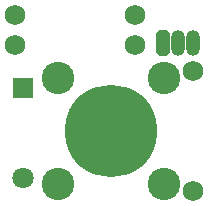
<source format=gbr>
G04 DipTrace 2.4.0.2*
%INBottomMask.gbr*%
%MOIN*%
%ADD28C,0.068*%
%ADD30C,0.068*%
%ADD32O,0.0474X0.0867*%
%ADD34C,0.108*%
%ADD36C,0.308*%
%ADD38R,0.071X0.071*%
%ADD40C,0.071*%
%FSLAX44Y44*%
G04*
G70*
G90*
G75*
G01*
%LNBotMask*%
%LPD*%
D40*
X4752Y4940D3*
D38*
Y7940D3*
D36*
X7690Y6502D3*
D34*
X9458Y4735D3*
X5922D3*
Y8270D3*
X9458D3*
G36*
X9203Y9128D2*
X9325Y9006D1*
X9555D1*
X9677Y9128D1*
Y9752D1*
X9555Y9874D1*
X9325D1*
X9203Y9752D1*
Y9128D1*
G37*
D32*
X9940Y9440D3*
X10440D3*
D30*
X4502Y10378D3*
D28*
X8502D3*
D30*
Y9378D3*
D28*
X4502D3*
D30*
X10440Y4502D3*
D28*
Y8503D3*
M02*

</source>
